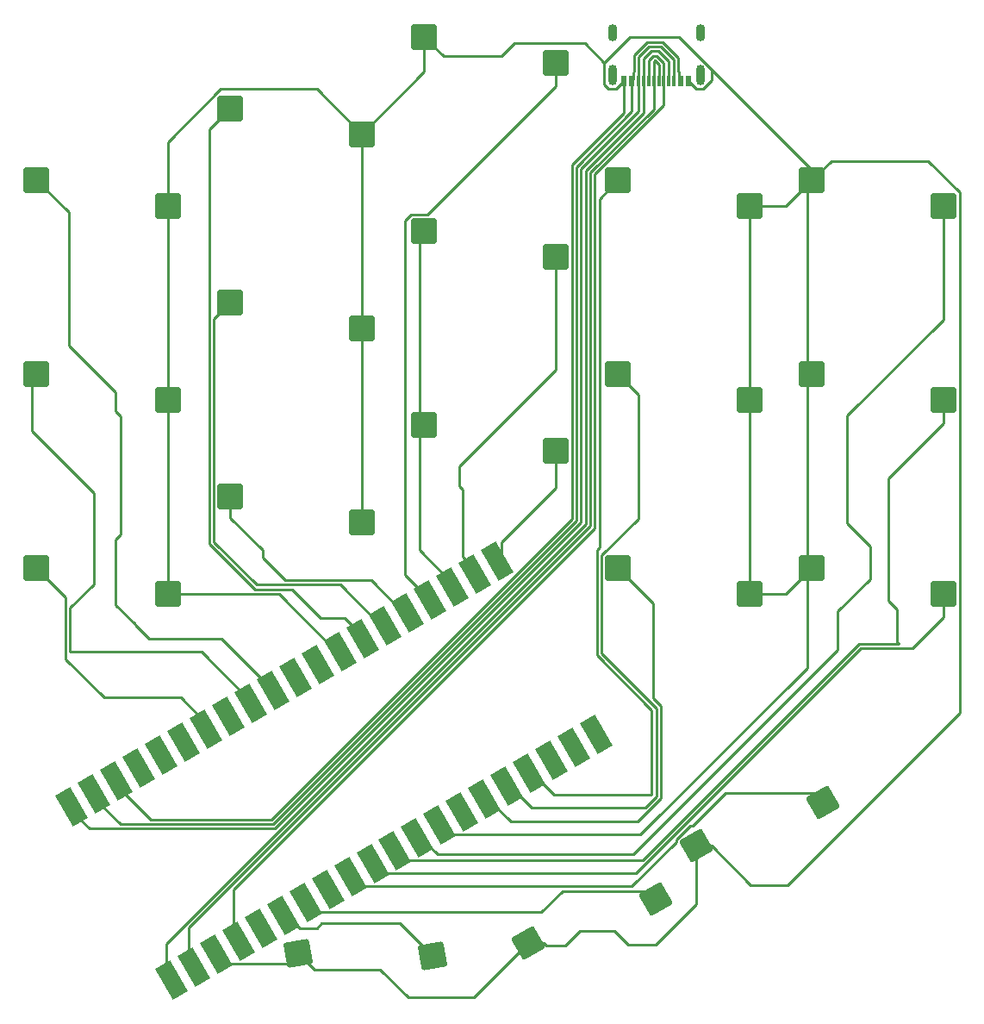
<source format=gbr>
%TF.GenerationSoftware,KiCad,Pcbnew,7.0.9-7.0.9~ubuntu22.04.1*%
%TF.CreationDate,2023-11-28T13:07:08+03:00*%
%TF.ProjectId,Keeb,4b656562-2e6b-4696-9361-645f70636258,rev?*%
%TF.SameCoordinates,Original*%
%TF.FileFunction,Copper,L1,Top*%
%TF.FilePolarity,Positive*%
%FSLAX46Y46*%
G04 Gerber Fmt 4.6, Leading zero omitted, Abs format (unit mm)*
G04 Created by KiCad (PCBNEW 7.0.9-7.0.9~ubuntu22.04.1) date 2023-11-28 13:07:08*
%MOMM*%
%LPD*%
G01*
G04 APERTURE LIST*
G04 Aperture macros list*
%AMRoundRect*
0 Rectangle with rounded corners*
0 $1 Rounding radius*
0 $2 $3 $4 $5 $6 $7 $8 $9 X,Y pos of 4 corners*
0 Add a 4 corners polygon primitive as box body*
4,1,4,$2,$3,$4,$5,$6,$7,$8,$9,$2,$3,0*
0 Add four circle primitives for the rounded corners*
1,1,$1+$1,$2,$3*
1,1,$1+$1,$4,$5*
1,1,$1+$1,$6,$7*
1,1,$1+$1,$8,$9*
0 Add four rect primitives between the rounded corners*
20,1,$1+$1,$2,$3,$4,$5,0*
20,1,$1+$1,$4,$5,$6,$7,0*
20,1,$1+$1,$6,$7,$8,$9,0*
20,1,$1+$1,$8,$9,$2,$3,0*%
%AMRotRect*
0 Rectangle, with rotation*
0 The origin of the aperture is its center*
0 $1 length*
0 $2 width*
0 $3 Rotation angle, in degrees counterclockwise*
0 Add horizontal line*
21,1,$1,$2,0,0,$3*%
G04 Aperture macros list end*
%TA.AperFunction,SMDPad,CuDef*%
%ADD10RotRect,3.500000X1.700000X120.000000*%
%TD*%
%TA.AperFunction,SMDPad,CuDef*%
%ADD11R,0.600000X1.140000*%
%TD*%
%TA.AperFunction,SMDPad,CuDef*%
%ADD12R,0.300000X1.140000*%
%TD*%
%TA.AperFunction,ComponentPad*%
%ADD13O,0.900000X2.000000*%
%TD*%
%TA.AperFunction,ComponentPad*%
%ADD14O,0.900000X1.700000*%
%TD*%
%TA.AperFunction,SMDPad,CuDef*%
%ADD15RoundRect,0.250000X1.025000X1.000000X-1.025000X1.000000X-1.025000X-1.000000X1.025000X-1.000000X0*%
%TD*%
%TA.AperFunction,SMDPad,CuDef*%
%ADD16RoundRect,0.250000X0.387676X1.378525X-1.387676X0.353525X-0.387676X-1.378525X1.387676X-0.353525X0*%
%TD*%
%TA.AperFunction,SMDPad,CuDef*%
%ADD17RoundRect,0.250000X0.835780X1.162797X-1.183076X0.806818X-0.835780X-1.162797X1.183076X-0.806818X0*%
%TD*%
%TA.AperFunction,Conductor*%
%ADD18C,0.250000*%
%TD*%
G04 APERTURE END LIST*
D10*
%TO.P,U1,1,GPIO0*%
%TO.N,0*%
X119005860Y-129078277D03*
%TO.P,U1,2,GPIO1*%
%TO.N,1*%
X121205565Y-127808277D03*
%TO.P,U1,3,GND*%
%TO.N,GND*%
X123405269Y-126538277D03*
%TO.P,U1,4,GPIO2*%
%TO.N,2*%
X125604974Y-125268277D03*
%TO.P,U1,5,GPIO3*%
%TO.N,3*%
X127804678Y-123998277D03*
%TO.P,U1,6,GPIO4*%
%TO.N,4*%
X130004383Y-122728277D03*
%TO.P,U1,7,GPIO5*%
%TO.N,5*%
X132204087Y-121458277D03*
%TO.P,U1,8,GND*%
%TO.N,unconnected-(U1-GND-Pad8)*%
X134403792Y-120188277D03*
%TO.P,U1,9,GPIO6*%
%TO.N,6*%
X136603496Y-118918277D03*
%TO.P,U1,10,GPIO7*%
%TO.N,7*%
X138803201Y-117648277D03*
%TO.P,U1,11,GPIO8*%
%TO.N,8*%
X141002905Y-116378277D03*
%TO.P,U1,12,GPIO9*%
%TO.N,9*%
X143202610Y-115108277D03*
%TO.P,U1,13,GND*%
%TO.N,GND*%
X145402314Y-113838277D03*
%TO.P,U1,14,GPIO10*%
%TO.N,10*%
X147602019Y-112568277D03*
%TO.P,U1,15,GPIO11*%
%TO.N,11*%
X149801723Y-111298277D03*
%TO.P,U1,16,GPIO12*%
%TO.N,12*%
X152001428Y-110028277D03*
%TO.P,U1,17,GPIO13*%
%TO.N,13*%
X154201132Y-108758277D03*
%TO.P,U1,18,GND*%
%TO.N,GND*%
X156400837Y-107488277D03*
%TO.P,U1,19,GPIO14*%
%TO.N,14*%
X158600541Y-106218277D03*
%TO.P,U1,20,GPIO15*%
%TO.N,15*%
X160800246Y-104948277D03*
%TO.P,U1,21,GPIO16*%
%TO.N,16*%
X151010246Y-87991499D03*
%TO.P,U1,22,GPIO17*%
%TO.N,17*%
X148810541Y-89261499D03*
%TO.P,U1,23,GND*%
%TO.N,GND*%
X146610837Y-90531499D03*
%TO.P,U1,24,GPIO18*%
%TO.N,18*%
X144411132Y-91801499D03*
%TO.P,U1,25,GPIO19*%
%TO.N,19*%
X142211428Y-93071499D03*
%TO.P,U1,26,GPIO20*%
%TO.N,20*%
X140011723Y-94341499D03*
%TO.P,U1,27,GPIO21*%
%TO.N,21*%
X137812019Y-95611499D03*
%TO.P,U1,28,GND*%
%TO.N,GND*%
X135612314Y-96881499D03*
%TO.P,U1,29,GPIO22*%
%TO.N,22*%
X133412610Y-98151499D03*
%TO.P,U1,30,RUN*%
%TO.N,unconnected-(U1-RUN-Pad30)*%
X131212905Y-99421499D03*
%TO.P,U1,31,GPIO26_ADC0*%
%TO.N,26*%
X129013201Y-100691499D03*
%TO.P,U1,32,GPIO27_ADC1*%
%TO.N,27*%
X126813496Y-101961499D03*
%TO.P,U1,33,AGND*%
%TO.N,unconnected-(U1-AGND-Pad33)*%
X124613792Y-103231499D03*
%TO.P,U1,34,GPIO28_ADC2*%
%TO.N,28*%
X122414087Y-104501499D03*
%TO.P,U1,35,ADC_VREF*%
%TO.N,unconnected-(U1-ADC_VREF-Pad35)*%
X120214383Y-105771499D03*
%TO.P,U1,36,3V3*%
%TO.N,unconnected-(U1-3V3-Pad36)*%
X118014678Y-107041499D03*
%TO.P,U1,37,3V3_EN*%
%TO.N,unconnected-(U1-3V3_EN-Pad37)*%
X115814974Y-108311499D03*
%TO.P,U1,38,GND*%
%TO.N,GND*%
X113615269Y-109581499D03*
%TO.P,U1,39,VSYS*%
%TO.N,VSYS*%
X111415565Y-110851499D03*
%TO.P,U1,40,VBUS*%
%TO.N,3v3*%
X109215860Y-112121499D03*
%TD*%
D11*
%TO.P,J1,A1_B12,GND*%
%TO.N,GND*%
X169865000Y-40790000D03*
%TO.P,J1,A4_B9,VBUS*%
%TO.N,VSYS*%
X169065000Y-40790000D03*
D12*
%TO.P,J1,A5,CC1*%
%TO.N,0*%
X167915000Y-40790000D03*
%TO.P,J1,A6,DP1*%
%TO.N,1*%
X166915000Y-40790000D03*
%TO.P,J1,A7,DN1*%
X166415000Y-40790000D03*
%TO.P,J1,A8,SBU1*%
%TO.N,0*%
X165415000Y-40790000D03*
D11*
%TO.P,J1,B1_A12,GND*%
%TO.N,GND*%
X163465000Y-40790000D03*
%TO.P,J1,B4_A9,VBUS*%
%TO.N,VSYS*%
X164265000Y-40790000D03*
D12*
%TO.P,J1,B5,CC2*%
%TO.N,3v3*%
X164915000Y-40790000D03*
%TO.P,J1,B6,DP2*%
%TO.N,2*%
X165915000Y-40790000D03*
%TO.P,J1,B7,DN2*%
X167415000Y-40790000D03*
%TO.P,J1,B8,SBU2*%
%TO.N,3v3*%
X168415000Y-40790000D03*
D13*
%TO.P,J1,S1,SHIELD*%
%TO.N,Net-(J1-SHIELD-PadS1)*%
X170990000Y-40210000D03*
%TO.P,J1,S2,SHIELD*%
X162340000Y-40210000D03*
D14*
%TO.P,J1,S3,SHIELD*%
X170990000Y-36040000D03*
%TO.P,J1,S4,SHIELD*%
X162340000Y-36040000D03*
%TD*%
D15*
%TO.P,SW3,1*%
%TO.N,GND*%
X118690000Y-53077944D03*
%TO.P,SW3,2*%
%TO.N,26*%
X105763000Y-50537944D03*
%TD*%
%TO.P,SW4,1*%
%TO.N,GND*%
X118690000Y-72127944D03*
%TO.P,SW4,2*%
%TO.N,27*%
X105763000Y-69587944D03*
%TD*%
%TO.P,SW5,1*%
%TO.N,GND*%
X118690000Y-91177944D03*
%TO.P,SW5,2*%
%TO.N,28*%
X105763000Y-88637944D03*
%TD*%
%TO.P,SW6,1*%
%TO.N,GND*%
X137740000Y-46027944D03*
%TO.P,SW6,2*%
%TO.N,21*%
X124813000Y-43487944D03*
%TD*%
%TO.P,SW7,1*%
%TO.N,GND*%
X137740000Y-65077944D03*
%TO.P,SW7,2*%
%TO.N,20*%
X124813000Y-62537944D03*
%TD*%
%TO.P,SW8,1*%
%TO.N,GND*%
X137740000Y-84127944D03*
%TO.P,SW8,2*%
%TO.N,19*%
X124813000Y-81587944D03*
%TD*%
%TO.P,SW9,1*%
%TO.N,18*%
X156790000Y-38977944D03*
%TO.P,SW9,2*%
%TO.N,GND*%
X143863000Y-36437944D03*
%TD*%
%TO.P,SW10,1*%
%TO.N,17*%
X156790000Y-58027944D03*
%TO.P,SW10,2*%
%TO.N,GND*%
X143863000Y-55487944D03*
%TD*%
%TO.P,SW11,1*%
%TO.N,16*%
X156790000Y-77077944D03*
%TO.P,SW11,2*%
%TO.N,GND*%
X143863000Y-74537944D03*
%TD*%
%TO.P,SW13,1*%
%TO.N,GND*%
X175840000Y-53077944D03*
%TO.P,SW13,2*%
%TO.N,13*%
X162913000Y-50537944D03*
%TD*%
%TO.P,SW14,1*%
%TO.N,GND*%
X175840000Y-72127944D03*
%TO.P,SW14,2*%
%TO.N,12*%
X162913000Y-69587944D03*
%TD*%
%TO.P,SW15,1*%
%TO.N,GND*%
X175840000Y-91177944D03*
%TO.P,SW15,2*%
%TO.N,11*%
X162913000Y-88637944D03*
%TD*%
D16*
%TO.P,SW16,1*%
%TO.N,5*%
X166583433Y-121165306D03*
%TO.P,SW16,2*%
%TO.N,GND*%
X154118323Y-125429102D03*
%TD*%
D15*
%TO.P,SW17,1*%
%TO.N,9*%
X194890000Y-53077944D03*
%TO.P,SW17,2*%
%TO.N,GND*%
X181963000Y-50537944D03*
%TD*%
%TO.P,SW18,1*%
%TO.N,8*%
X194890000Y-72127944D03*
%TO.P,SW18,2*%
%TO.N,GND*%
X181963000Y-69587944D03*
%TD*%
%TO.P,SW19,1*%
%TO.N,7*%
X194890000Y-91177944D03*
%TO.P,SW19,2*%
%TO.N,GND*%
X181963000Y-88637944D03*
%TD*%
D16*
%TO.P,SW20,1*%
%TO.N,6*%
X183081217Y-111640306D03*
%TO.P,SW20,2*%
%TO.N,GND*%
X170616107Y-115904102D03*
%TD*%
D17*
%TO.P,SW1,1*%
%TO.N,4*%
X144669120Y-126736158D03*
%TO.P,SW1,2*%
%TO.N,GND*%
X131497443Y-126479496D03*
%TD*%
D18*
%TO.N,9*%
X145183756Y-116760000D02*
X142752610Y-114328854D01*
X164430000Y-116760000D02*
X145183756Y-116760000D01*
X185430000Y-73684187D02*
X185430000Y-84270000D01*
X194890000Y-53077944D02*
X194890000Y-64224187D01*
X187660000Y-89700000D02*
X184520000Y-92840000D01*
X194890000Y-64224187D02*
X185430000Y-73684187D01*
X184520000Y-96670000D02*
X164430000Y-116760000D01*
X185430000Y-84270000D02*
X187660000Y-86500000D01*
X184520000Y-92840000D02*
X184520000Y-96670000D01*
X187660000Y-86500000D02*
X187660000Y-89700000D01*
%TO.N,11*%
X167110000Y-111252792D02*
X164822792Y-113540000D01*
X164822792Y-113540000D02*
X152372869Y-113540000D01*
X152372869Y-113540000D02*
X149351723Y-110518854D01*
X167110000Y-102207208D02*
X167110000Y-111252792D01*
X166350000Y-101447208D02*
X167110000Y-102207208D01*
X162913000Y-88637944D02*
X166350000Y-92074944D01*
X166350000Y-92074944D02*
X166350000Y-101447208D01*
%TO.N,13*%
X161090000Y-86560000D02*
X160830000Y-86820000D01*
X160830000Y-86820000D02*
X160830000Y-97200000D01*
X156652278Y-110880000D02*
X153751132Y-107978854D01*
X160830000Y-97200000D02*
X166210000Y-102580000D01*
X162913000Y-50537944D02*
X161090000Y-52360944D01*
X161090000Y-52360944D02*
X161090000Y-86560000D01*
X166210000Y-110880000D02*
X156652278Y-110880000D01*
X166210000Y-102580000D02*
X166210000Y-110880000D01*
%TO.N,16*%
X156790000Y-80720000D02*
X151460246Y-86049754D01*
X151460246Y-86049754D02*
X151460246Y-88770922D01*
X156790000Y-77077944D02*
X156790000Y-80720000D01*
%TO.N,17*%
X147650000Y-87530000D02*
X149260541Y-89140541D01*
X156790000Y-69174187D02*
X147330000Y-78634187D01*
X147330000Y-78634187D02*
X147330000Y-80601701D01*
X147330000Y-80601701D02*
X147650000Y-80921701D01*
X156790000Y-58027944D02*
X156790000Y-69174187D01*
X149260541Y-89140541D02*
X149260541Y-90040922D01*
X147650000Y-80921701D02*
X147650000Y-87530000D01*
%TO.N,18*%
X141960000Y-54545844D02*
X141960000Y-89320000D01*
X142592900Y-53912944D02*
X141960000Y-54545844D01*
X156790000Y-38977944D02*
X156790000Y-41280711D01*
X144861132Y-92221132D02*
X144861132Y-92580922D01*
X144157767Y-53912944D02*
X142592900Y-53912944D01*
X156790000Y-41280711D02*
X144157767Y-53912944D01*
X141960000Y-89320000D02*
X144861132Y-92221132D01*
%TO.N,19*%
X130220736Y-89827944D02*
X138638450Y-89827944D01*
X124813000Y-83713000D02*
X127990000Y-86890000D01*
X127990000Y-86890000D02*
X127990000Y-87597208D01*
X127990000Y-87597208D02*
X130220736Y-89827944D01*
X138638450Y-89827944D02*
X142661428Y-93850922D01*
X124813000Y-81587944D02*
X124813000Y-83713000D01*
%TO.N,20*%
X124813000Y-62537944D02*
X123213000Y-64137944D01*
X135618745Y-90277944D02*
X140461723Y-95120922D01*
X123213000Y-64137944D02*
X123213000Y-86073711D01*
X127417233Y-90277944D02*
X135618745Y-90277944D01*
X123213000Y-86073711D02*
X127417233Y-90277944D01*
%TO.N,27*%
X127263496Y-102143496D02*
X121960000Y-96840000D01*
X109082944Y-96840000D02*
X109082944Y-92567056D01*
X111380000Y-81290711D02*
X105275000Y-75185711D01*
X109082944Y-92567056D02*
X111380000Y-90270000D01*
X121960000Y-96840000D02*
X109082944Y-96840000D01*
X111380000Y-90270000D02*
X111380000Y-81290711D01*
X105275000Y-70075944D02*
X105763000Y-69587944D01*
X105275000Y-75185711D02*
X105275000Y-70075944D01*
X127263496Y-102740922D02*
X127263496Y-102143496D01*
%TO.N,28*%
X105763000Y-88643000D02*
X108632944Y-91512944D01*
X105763000Y-88637944D02*
X105763000Y-88643000D01*
X122864087Y-104284087D02*
X122864087Y-105280922D01*
X108632944Y-91512944D02*
X108632944Y-97579340D01*
X108632944Y-97579340D02*
X112413604Y-101360000D01*
X112413604Y-101360000D02*
X119940000Y-101360000D01*
X119940000Y-101360000D02*
X122864087Y-104284087D01*
%TO.N,21*%
X122763000Y-45537944D02*
X122763000Y-86260107D01*
X136040000Y-93510000D02*
X138262019Y-95732019D01*
X127230837Y-90727944D02*
X130877944Y-90727944D01*
X133660000Y-93510000D02*
X136040000Y-93510000D01*
X124813000Y-43487944D02*
X122763000Y-45537944D01*
X122763000Y-86260107D02*
X127230837Y-90727944D01*
X130877944Y-90727944D02*
X133660000Y-93510000D01*
X138262019Y-95732019D02*
X138262019Y-96390922D01*
%TO.N,26*%
X105763000Y-50537944D02*
X108920000Y-53694944D01*
X129463201Y-101093201D02*
X129463201Y-101470922D01*
X123960000Y-95590000D02*
X129463201Y-101093201D01*
X114020000Y-85370000D02*
X113515000Y-85875000D01*
X108920000Y-66755938D02*
X113515000Y-71350938D01*
X116789289Y-95590000D02*
X123960000Y-95590000D01*
X113515000Y-71350938D02*
X113515000Y-73225000D01*
X108920000Y-53694944D02*
X108920000Y-66755938D01*
X113515000Y-92235000D02*
X115435000Y-94155000D01*
X114020000Y-73730000D02*
X114020000Y-85370000D01*
X115435000Y-94155000D02*
X115435000Y-94235711D01*
X115435000Y-94235711D02*
X116789289Y-95590000D01*
X113515000Y-85875000D02*
X113515000Y-92235000D01*
X113515000Y-73225000D02*
X114020000Y-73730000D01*
%TO.N,GND*%
X143863000Y-39904944D02*
X137740000Y-46027944D01*
X131497443Y-126479496D02*
X133110814Y-128092867D01*
X181963000Y-49536984D02*
X172100000Y-39673984D01*
X170610000Y-41535000D02*
X171311016Y-41535000D01*
X139532867Y-128092867D02*
X142275734Y-130835734D01*
X169865000Y-40790000D02*
X170610000Y-41535000D01*
X166634819Y-125617511D02*
X170616107Y-121636223D01*
X146727281Y-114833821D02*
X165096179Y-114833821D01*
X154118323Y-125429102D02*
X155590566Y-125429102D01*
X193407944Y-48637944D02*
X183863000Y-48637944D01*
X161565000Y-38985000D02*
X161565000Y-41105000D01*
X181475000Y-70075944D02*
X181475000Y-88149944D01*
X118690000Y-46765844D02*
X118690000Y-53077944D01*
X181475000Y-89125944D02*
X181963000Y-88637944D01*
X143375000Y-75025944D02*
X143375000Y-86855000D01*
X159650000Y-37070000D02*
X161565000Y-38985000D01*
X162720000Y-41535000D02*
X163465000Y-40790000D01*
X179423000Y-53077944D02*
X181963000Y-50537944D01*
X165096179Y-114833821D02*
X181475000Y-98455000D01*
X163465000Y-43945000D02*
X163465000Y-40790000D01*
X164040000Y-36510000D02*
X161565000Y-38985000D01*
X128823031Y-113340000D02*
X158390000Y-83773031D01*
X158390000Y-83773031D02*
X158390000Y-49020000D01*
X172100000Y-40746016D02*
X172100000Y-39673984D01*
X142275734Y-130835734D02*
X148711691Y-130835734D01*
X144952314Y-113058854D02*
X146727281Y-114833821D01*
X163874899Y-125617511D02*
X166634819Y-125617511D01*
X168936016Y-36510000D02*
X164040000Y-36510000D01*
X179423000Y-91177944D02*
X181963000Y-88637944D01*
X181475000Y-69099944D02*
X181963000Y-69587944D01*
X118690000Y-72127944D02*
X118690000Y-91177944D01*
X171311016Y-41535000D02*
X172100000Y-40746016D01*
X117030000Y-113340000D02*
X128823031Y-113340000D01*
X114065269Y-110360922D02*
X114065269Y-110375269D01*
X133110814Y-128092867D02*
X139532867Y-128092867D01*
X131497443Y-126479496D02*
X130443118Y-127533821D01*
X147060837Y-90540837D02*
X147060837Y-91310922D01*
X133300000Y-41587944D02*
X123867900Y-41587944D01*
X196490000Y-102850000D02*
X196490000Y-51720000D01*
X181963000Y-50537944D02*
X181963000Y-49536984D01*
X172088350Y-115904102D02*
X175941759Y-119757511D01*
X175840000Y-53077944D02*
X179423000Y-53077944D01*
X137740000Y-65077944D02*
X137740000Y-46027944D01*
X118690000Y-53077944D02*
X118690000Y-72127944D01*
X137740000Y-46027944D02*
X133300000Y-41587944D01*
X159183046Y-124260000D02*
X162517388Y-124260000D01*
X143863000Y-36437944D02*
X145763000Y-38337944D01*
X161995000Y-41535000D02*
X162720000Y-41535000D01*
X162517388Y-124260000D02*
X163874899Y-125617511D01*
X170616107Y-115904102D02*
X172088350Y-115904102D01*
X175840000Y-72127944D02*
X175840000Y-53077944D01*
X172100000Y-39673984D02*
X168936016Y-36510000D01*
X157764944Y-125678102D02*
X159183046Y-124260000D01*
X170616107Y-121636223D02*
X170616107Y-115904102D01*
X181475000Y-88149944D02*
X181963000Y-88637944D01*
X118690000Y-91177944D02*
X129579336Y-91177944D01*
X181963000Y-50537944D02*
X181475000Y-51025944D01*
X181475000Y-51025944D02*
X181475000Y-69099944D01*
X155839566Y-125678102D02*
X157764944Y-125678102D01*
X143863000Y-36437944D02*
X143863000Y-39904944D01*
X175840000Y-91177944D02*
X175840000Y-72127944D01*
X129579336Y-91177944D02*
X136062314Y-97660922D01*
X130443118Y-127533821D02*
X124730236Y-127533821D01*
X143375000Y-74049944D02*
X143863000Y-74537944D01*
X179582489Y-119757511D02*
X196490000Y-102850000D01*
X183863000Y-48637944D02*
X181963000Y-50537944D01*
X143375000Y-86855000D02*
X147060837Y-90540837D01*
X155590566Y-125429102D02*
X155839566Y-125678102D01*
X161565000Y-41105000D02*
X161995000Y-41535000D01*
X145763000Y-38337944D02*
X151462056Y-38337944D01*
X137740000Y-84127944D02*
X137740000Y-65077944D01*
X181963000Y-69587944D02*
X181475000Y-70075944D01*
X158390000Y-49020000D02*
X163465000Y-43945000D01*
X114065269Y-110375269D02*
X117030000Y-113340000D01*
X143863000Y-74537944D02*
X143375000Y-75025944D01*
X151462056Y-38337944D02*
X152730000Y-37070000D01*
X152730000Y-37070000D02*
X159650000Y-37070000D01*
X181475000Y-98455000D02*
X181475000Y-89125944D01*
X124730236Y-127533821D02*
X122955269Y-125758854D01*
X196490000Y-51720000D02*
X193407944Y-48637944D01*
X123867900Y-41587944D02*
X118690000Y-46765844D01*
X148711691Y-130835734D02*
X154118323Y-125429102D01*
X175941759Y-119757511D02*
X179582489Y-119757511D01*
X143863000Y-55487944D02*
X143375000Y-55975944D01*
X143375000Y-55975944D02*
X143375000Y-74049944D01*
X175840000Y-91177944D02*
X179423000Y-91177944D01*
%TO.N,3v3*%
X129195823Y-114240000D02*
X159290000Y-84145823D01*
X111004938Y-114240000D02*
X129195823Y-114240000D01*
X159290000Y-84145823D02*
X159290000Y-49406656D01*
X109665860Y-112900922D02*
X111004938Y-114240000D01*
X164940000Y-38400812D02*
X165820812Y-37520000D01*
X165970812Y-37410000D02*
X167089188Y-37410000D01*
X164915000Y-40790000D02*
X164940000Y-40765000D01*
X167089188Y-37410000D02*
X168390000Y-38710812D01*
X164940000Y-40765000D02*
X164940000Y-38400812D01*
X159290000Y-49406656D02*
X164915000Y-43781656D01*
X168390000Y-40765000D02*
X168415000Y-40790000D01*
X168390000Y-38710812D02*
X168390000Y-40765000D01*
X165820812Y-37520000D02*
X165860812Y-37520000D01*
X165860812Y-37520000D02*
X165970812Y-37410000D01*
X164915000Y-43781656D02*
X164915000Y-40790000D01*
%TO.N,0*%
X165415000Y-40790000D02*
X165415000Y-38602208D01*
X159740000Y-84332219D02*
X159740000Y-49593052D01*
X118555860Y-128298854D02*
X118555860Y-125516359D01*
X166902792Y-37860000D02*
X167915000Y-38872208D01*
X167915000Y-38872208D02*
X167915000Y-40790000D01*
X165415000Y-43918052D02*
X165415000Y-40790000D01*
X166157208Y-37860000D02*
X166902792Y-37860000D01*
X165415000Y-38602208D02*
X166157208Y-37860000D01*
X159740000Y-49593052D02*
X165415000Y-43918052D01*
X118555860Y-125516359D02*
X159740000Y-84332219D01*
%TO.N,1*%
X166415000Y-43554448D02*
X166415000Y-40790000D01*
X160190000Y-84518615D02*
X160190000Y-49779448D01*
X166530000Y-38760000D02*
X166915000Y-39145000D01*
X166915000Y-39145000D02*
X166915000Y-40790000D01*
X166415000Y-40790000D02*
X166415000Y-38875000D01*
X120755565Y-127028854D02*
X120755565Y-123953050D01*
X120755565Y-123953050D02*
X160190000Y-84518615D01*
X160190000Y-49779448D02*
X166415000Y-43554448D01*
X166415000Y-38875000D02*
X166530000Y-38760000D01*
%TO.N,4*%
X131611639Y-124006110D02*
X129554383Y-121948854D01*
X133775877Y-123556110D02*
X133325877Y-124006110D01*
X144669120Y-126736158D02*
X141489072Y-123556110D01*
X133325877Y-124006110D02*
X131611639Y-124006110D01*
X141489072Y-123556110D02*
X133775877Y-123556110D01*
%TO.N,6*%
X137928463Y-119913821D02*
X136153496Y-118138854D01*
X183081217Y-111640306D02*
X182166153Y-110725242D01*
X170224933Y-113947859D02*
X170014132Y-113947859D01*
X168650714Y-115522078D02*
X164258971Y-119913821D01*
X182166153Y-110725242D02*
X173447550Y-110725242D01*
X164258971Y-119913821D02*
X137928463Y-119913821D01*
X168650714Y-115311277D02*
X168650714Y-115522078D01*
X170014132Y-113947859D02*
X168650714Y-115311277D01*
X173447550Y-110725242D02*
X170224933Y-113947859D01*
%TO.N,7*%
X191827767Y-96542944D02*
X194890000Y-93480711D01*
X138353201Y-116868854D02*
X140128168Y-118643821D01*
X194890000Y-93480711D02*
X194890000Y-91177944D01*
X140128168Y-118643821D02*
X164681774Y-118643821D01*
X186782651Y-96542944D02*
X191827767Y-96542944D01*
X164681774Y-118643821D02*
X186782651Y-96542944D01*
%TO.N,8*%
X190517056Y-96092944D02*
X190280000Y-95855888D01*
X140552905Y-115598854D02*
X142327872Y-117373821D01*
X142327872Y-117373821D02*
X165315378Y-117373821D01*
X165315378Y-117373821D02*
X186596255Y-96092944D01*
X186596255Y-96092944D02*
X190517056Y-96092944D01*
X190280000Y-92670000D02*
X189490000Y-91880000D01*
X189490000Y-91880000D02*
X189490000Y-79830711D01*
X190280000Y-95855888D02*
X190280000Y-92670000D01*
X194890000Y-74430711D02*
X194890000Y-72127944D01*
X189490000Y-79830711D02*
X194890000Y-74430711D01*
%TO.N,5*%
X157462575Y-120363821D02*
X165781948Y-120363821D01*
X165781948Y-120363821D02*
X166583433Y-121165306D01*
X133529054Y-122453821D02*
X155372575Y-122453821D01*
X155372575Y-122453821D02*
X157462575Y-120363821D01*
X131754087Y-120678854D02*
X133529054Y-122453821D01*
%TO.N,2*%
X160640000Y-49965844D02*
X167415000Y-43190844D01*
X167415000Y-43190844D02*
X167415000Y-40790000D01*
X166716396Y-38310000D02*
X167415000Y-39008604D01*
X125154974Y-120190037D02*
X160640000Y-84705011D01*
X165915000Y-40790000D02*
X165915000Y-38738604D01*
X125154974Y-124488854D02*
X125154974Y-120190037D01*
X160640000Y-84705011D02*
X160640000Y-49965844D01*
X165915000Y-38738604D02*
X166343604Y-38310000D01*
X166343604Y-38310000D02*
X166716396Y-38310000D01*
X167415000Y-39008604D02*
X167415000Y-40790000D01*
%TO.N,12*%
X161313000Y-97046604D02*
X166660000Y-102393604D01*
X164925000Y-83780844D02*
X161313000Y-87392844D01*
X164925000Y-71599944D02*
X164925000Y-83780844D01*
X154462574Y-112160000D02*
X151551428Y-109248854D01*
X166660000Y-102393604D02*
X166660000Y-111066396D01*
X166660000Y-111066396D02*
X165566396Y-112160000D01*
X162913000Y-69587944D02*
X164925000Y-71599944D01*
X165566396Y-112160000D02*
X154462574Y-112160000D01*
X161313000Y-87392844D02*
X161313000Y-97046604D01*
%TO.N,VSYS*%
X164265000Y-43795260D02*
X164265000Y-40790000D01*
X158840000Y-83959427D02*
X158840000Y-49220260D01*
X114024643Y-113790000D02*
X129009427Y-113790000D01*
X165744416Y-36960000D02*
X167275584Y-36960000D01*
X164490000Y-38214416D02*
X165744416Y-36960000D01*
X164265000Y-40790000D02*
X164440000Y-40615000D01*
X168840000Y-39845000D02*
X168890000Y-39895000D01*
X158840000Y-49220260D02*
X164265000Y-43795260D01*
X168890000Y-39895000D02*
X168890000Y-40615000D01*
X164440000Y-40615000D02*
X164440000Y-39930000D01*
X167275584Y-36960000D02*
X168840000Y-38524416D01*
X168840000Y-38524416D02*
X168840000Y-39845000D01*
X111865565Y-111630922D02*
X114024643Y-113790000D01*
X164490000Y-39880000D02*
X164490000Y-38214416D01*
X168890000Y-40615000D02*
X169065000Y-40790000D01*
X164440000Y-39930000D02*
X164490000Y-39880000D01*
X129009427Y-113790000D02*
X158840000Y-83959427D01*
%TD*%
M02*

</source>
